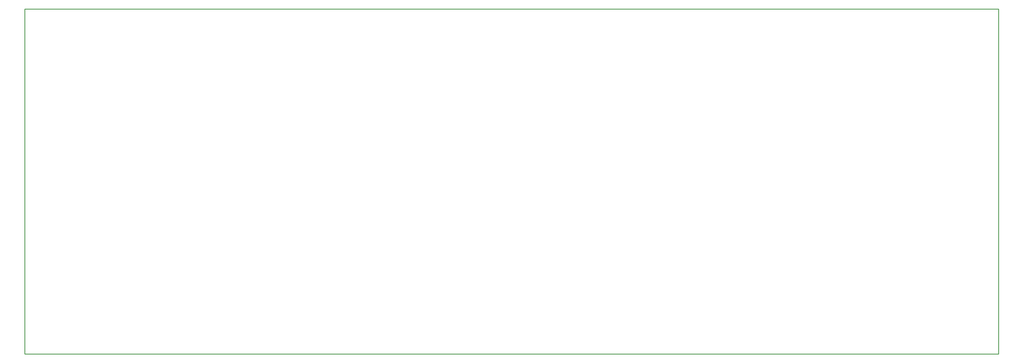
<source format=gko>
G04 Layer_Color=16711935*
%FSLAX24Y24*%
%MOIN*%
G70*
G01*
G75*
%ADD10C,0.0100*%
D10*
X0Y0D02*
X125984D01*
X0Y-44646D02*
Y0D01*
Y-44646D02*
X125984D01*
Y-0D01*
M02*

</source>
